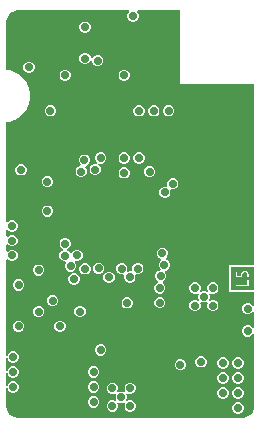
<source format=gbr>
%TF.GenerationSoftware,Altium Limited,Altium Designer,22.11.1 (43)*%
G04 Layer_Physical_Order=5*
G04 Layer_Color=16440176*
%FSLAX45Y45*%
%MOMM*%
%TF.SameCoordinates,68354FB4-E10A-4FE8-B7D5-3B9F33A940C7*%
%TF.FilePolarity,Positive*%
%TF.FileFunction,Copper,L5,Inr,Signal*%
%TF.Part,Single*%
G01*
G75*
%TA.AperFunction,ViaPad*%
%ADD44C,0.70000*%
G36*
X1061949Y3474511D02*
X1067210Y3461811D01*
X1059562Y3454164D01*
X1052300Y3436632D01*
Y3417656D01*
X1059562Y3400124D01*
X1072980Y3386706D01*
X1090512Y3379444D01*
X1109488D01*
X1127020Y3386706D01*
X1140438Y3400124D01*
X1147700Y3417656D01*
Y3436632D01*
X1140438Y3454164D01*
X1132790Y3461811D01*
X1138051Y3474511D01*
X1500000D01*
Y2850000D01*
X2124512D01*
Y1317700D01*
X1912301D01*
Y1092300D01*
X2124512D01*
Y976230D01*
X2111812Y973704D01*
X2110438Y977020D01*
X2097020Y990438D01*
X2079488Y997700D01*
X2060512D01*
X2042980Y990438D01*
X2029562Y977020D01*
X2022300Y959488D01*
Y940512D01*
X2029562Y922980D01*
X2042980Y909562D01*
X2060512Y902300D01*
X2079488D01*
X2097020Y909562D01*
X2110438Y922980D01*
X2111812Y926296D01*
X2124512Y923770D01*
Y786230D01*
X2111812Y783704D01*
X2110438Y787020D01*
X2097020Y800438D01*
X2079488Y807700D01*
X2060512D01*
X2042980Y800438D01*
X2029562Y787020D01*
X2022300Y769488D01*
Y750512D01*
X2029562Y732980D01*
X2042980Y719562D01*
X2060512Y712300D01*
X2079488D01*
X2097020Y719562D01*
X2110438Y732980D01*
X2111812Y736296D01*
X2124512Y733770D01*
Y125000D01*
Y115200D01*
X2120687Y95973D01*
X2113186Y77864D01*
X2102295Y61564D01*
X2088435Y47704D01*
X2072136Y36814D01*
X2054027Y29313D01*
X2034801Y25488D01*
X2025000D01*
X125000Y25488D01*
X115199D01*
X95973Y29312D01*
X77863Y36814D01*
X61564Y47705D01*
X47704Y61565D01*
X36814Y77863D01*
X29312Y95974D01*
X25488Y115199D01*
X25488Y124999D01*
Y274867D01*
X37300Y277012D01*
X44562Y259480D01*
X57980Y246062D01*
X75512Y238800D01*
X94488D01*
X112020Y246062D01*
X125438Y259480D01*
X132700Y277012D01*
Y295988D01*
X125438Y313520D01*
X112020Y326938D01*
X94488Y334200D01*
X75512D01*
X57980Y326938D01*
X44562Y313520D01*
X37300Y295988D01*
X25488Y298134D01*
Y401867D01*
X37300Y404012D01*
X44562Y386480D01*
X57980Y373062D01*
X75512Y365800D01*
X94488D01*
X112020Y373062D01*
X125438Y386480D01*
X132700Y404012D01*
Y422988D01*
X125438Y440520D01*
X112020Y453938D01*
X94488Y461200D01*
X75512D01*
X57980Y453938D01*
X44562Y440520D01*
X37300Y422988D01*
X25488Y425134D01*
Y528867D01*
X37300Y531012D01*
X44562Y513481D01*
X57980Y500062D01*
X75512Y492800D01*
X94488D01*
X112020Y500062D01*
X125438Y513481D01*
X132700Y531012D01*
Y549988D01*
X125438Y567520D01*
X112020Y580938D01*
X94488Y588200D01*
X75512D01*
X57980Y580938D01*
X44562Y567520D01*
X37300Y549989D01*
X25488Y552134D01*
Y1364225D01*
X38188Y1369354D01*
X47980Y1359562D01*
X65512Y1352300D01*
X84488D01*
X102020Y1359562D01*
X115438Y1372980D01*
X122700Y1390512D01*
Y1409488D01*
X115438Y1427019D01*
X102020Y1440438D01*
X84488Y1447700D01*
X65512D01*
X47980Y1440438D01*
X38188Y1430646D01*
X25488Y1435774D01*
Y1489225D01*
X38188Y1494354D01*
X47980Y1484562D01*
X65512Y1477300D01*
X84488D01*
X102020Y1484562D01*
X115438Y1497980D01*
X122700Y1515512D01*
Y1534488D01*
X115438Y1552020D01*
X102020Y1565438D01*
X84488Y1572700D01*
X65512D01*
X47980Y1565438D01*
X38188Y1555646D01*
X25488Y1560775D01*
Y1614225D01*
X38188Y1619354D01*
X47980Y1609562D01*
X65512Y1602300D01*
X84488D01*
X102020Y1609562D01*
X115438Y1622980D01*
X122700Y1640512D01*
Y1659488D01*
X115438Y1677020D01*
X102020Y1690438D01*
X84488Y1697700D01*
X65512D01*
X47980Y1690438D01*
X38188Y1680646D01*
X25488Y1685775D01*
Y2526146D01*
X63029Y2533613D01*
X65349Y2534574D01*
X67811Y2535064D01*
X104033Y2550067D01*
X106120Y2551462D01*
X108440Y2552423D01*
X141039Y2574205D01*
X142814Y2575980D01*
X144902Y2577375D01*
X172625Y2605098D01*
X174019Y2607185D01*
X175795Y2608960D01*
X197577Y2641560D01*
X198538Y2643879D01*
X199933Y2645967D01*
X214936Y2682189D01*
X215426Y2684651D01*
X216387Y2686970D01*
X224036Y2725424D01*
Y2727935D01*
X224525Y2730397D01*
Y2769603D01*
X224036Y2772065D01*
Y2774576D01*
X216387Y2813029D01*
X215426Y2815349D01*
X214936Y2817811D01*
X199933Y2854033D01*
X198538Y2856121D01*
X197577Y2858440D01*
X175795Y2891039D01*
X174020Y2892814D01*
X172625Y2894902D01*
X144902Y2922625D01*
X142815Y2924019D01*
X141039Y2925795D01*
X108440Y2947577D01*
X106121Y2948538D01*
X104033Y2949933D01*
X67811Y2964936D01*
X65349Y2965426D01*
X63029Y2966387D01*
X25488Y2973854D01*
Y3384801D01*
X29313Y3404027D01*
X36813Y3422136D01*
X47705Y3438436D01*
X61565Y3452296D01*
X77863Y3463186D01*
X95973Y3470687D01*
X115200Y3474512D01*
X125000D01*
X1061949Y3474511D01*
D02*
G37*
G36*
X2125002Y1105000D02*
X1925001D01*
Y1305000D01*
X2125002D01*
Y1105000D01*
D02*
G37*
%LPC*%
G36*
X701988Y3380200D02*
X683012D01*
X665481Y3372938D01*
X652062Y3359520D01*
X644800Y3341988D01*
Y3323012D01*
X652062Y3305480D01*
X665481Y3292062D01*
X683012Y3284800D01*
X701988D01*
X719520Y3292062D01*
X732938Y3305480D01*
X740200Y3323012D01*
Y3341988D01*
X732938Y3359520D01*
X719520Y3372938D01*
X701988Y3380200D01*
D02*
G37*
G36*
Y3115200D02*
X683012D01*
X665481Y3107938D01*
X652062Y3094520D01*
X644800Y3076988D01*
Y3058012D01*
X652062Y3040480D01*
X665481Y3027062D01*
X683012Y3019800D01*
X701988D01*
X719520Y3027062D01*
X732938Y3040480D01*
X740200Y3058011D01*
X752299Y3056562D01*
X752300Y3040512D01*
X759562Y3022980D01*
X772980Y3009562D01*
X790512Y3002300D01*
X809488D01*
X827020Y3009562D01*
X840438Y3022980D01*
X847700Y3040512D01*
Y3059488D01*
X840438Y3077020D01*
X827020Y3090438D01*
X809488Y3097700D01*
X790512D01*
X772980Y3090438D01*
X759562Y3077020D01*
X752300Y3059489D01*
X740201Y3060938D01*
X740200Y3076988D01*
X732938Y3094520D01*
X719520Y3107938D01*
X701988Y3115200D01*
D02*
G37*
G36*
X226988Y3040200D02*
X208012D01*
X190480Y3032938D01*
X177062Y3019520D01*
X169800Y3001988D01*
Y2983012D01*
X177062Y2965480D01*
X190480Y2952062D01*
X208012Y2944800D01*
X226988D01*
X244520Y2952062D01*
X257938Y2965480D01*
X265200Y2983012D01*
Y3001988D01*
X257938Y3019520D01*
X244520Y3032938D01*
X226988Y3040200D01*
D02*
G37*
G36*
X1034488Y2972700D02*
X1015512D01*
X997980Y2965438D01*
X984562Y2952020D01*
X977300Y2934488D01*
Y2915512D01*
X984562Y2897980D01*
X997980Y2884562D01*
X1015512Y2877300D01*
X1034488D01*
X1052020Y2884562D01*
X1065438Y2897980D01*
X1072700Y2915512D01*
Y2934488D01*
X1065438Y2952020D01*
X1052020Y2965438D01*
X1034488Y2972700D01*
D02*
G37*
G36*
X534488D02*
X515512D01*
X497980Y2965438D01*
X484562Y2952020D01*
X477300Y2934488D01*
Y2915512D01*
X484562Y2897980D01*
X497980Y2884562D01*
X515512Y2877300D01*
X534488D01*
X552020Y2884562D01*
X565438Y2897980D01*
X572700Y2915512D01*
Y2934488D01*
X565438Y2952020D01*
X552020Y2965438D01*
X534488Y2972700D01*
D02*
G37*
G36*
X1409488Y2672700D02*
X1390512D01*
X1372980Y2665438D01*
X1359562Y2652020D01*
X1352300Y2634489D01*
Y2615512D01*
X1359562Y2597981D01*
X1372980Y2584562D01*
X1390512Y2577300D01*
X1409488D01*
X1427020Y2584562D01*
X1440438Y2597981D01*
X1447700Y2615512D01*
Y2634489D01*
X1440438Y2652020D01*
X1427020Y2665438D01*
X1409488Y2672700D01*
D02*
G37*
G36*
X1284488Y2672700D02*
X1265512D01*
X1247980Y2665438D01*
X1234562Y2652020D01*
X1227300Y2634488D01*
Y2615512D01*
X1234562Y2597980D01*
X1247980Y2584562D01*
X1265512Y2577300D01*
X1284488D01*
X1302019Y2584562D01*
X1315438Y2597980D01*
X1322700Y2615512D01*
Y2634488D01*
X1315438Y2652020D01*
X1302019Y2665438D01*
X1284488Y2672700D01*
D02*
G37*
G36*
X1159488D02*
X1140512D01*
X1122980Y2665438D01*
X1109562Y2652020D01*
X1102300Y2634488D01*
Y2615512D01*
X1109562Y2597980D01*
X1122980Y2584562D01*
X1140512Y2577300D01*
X1159488D01*
X1177020Y2584562D01*
X1190438Y2597980D01*
X1197700Y2615512D01*
Y2634488D01*
X1190438Y2652020D01*
X1177020Y2665438D01*
X1159488Y2672700D01*
D02*
G37*
G36*
X409488D02*
X390512D01*
X372980Y2665438D01*
X359562Y2652020D01*
X352300Y2634488D01*
Y2615512D01*
X359562Y2597980D01*
X372980Y2584562D01*
X390512Y2577300D01*
X409488D01*
X427020Y2584562D01*
X440438Y2597980D01*
X447700Y2615512D01*
Y2634488D01*
X440438Y2652020D01*
X427020Y2665438D01*
X409488Y2672700D01*
D02*
G37*
G36*
X1159488Y2272700D02*
X1140512D01*
X1122980Y2265438D01*
X1109562Y2252020D01*
X1102300Y2234488D01*
Y2215512D01*
X1109562Y2197980D01*
X1122980Y2184562D01*
X1140512Y2177300D01*
X1159488D01*
X1177020Y2184562D01*
X1190438Y2197980D01*
X1197700Y2215512D01*
Y2234488D01*
X1190438Y2252020D01*
X1177020Y2265438D01*
X1159488Y2272700D01*
D02*
G37*
G36*
X1034488D02*
X1015512D01*
X997980Y2265438D01*
X984562Y2252020D01*
X977300Y2234488D01*
Y2215512D01*
X984562Y2197980D01*
X997980Y2184562D01*
X1015512Y2177300D01*
X1034488D01*
X1052020Y2184562D01*
X1065438Y2197980D01*
X1072700Y2215512D01*
Y2234488D01*
X1065438Y2252020D01*
X1052020Y2265438D01*
X1034488Y2272700D01*
D02*
G37*
G36*
X834488D02*
X815512D01*
X797980Y2265438D01*
X784562Y2252020D01*
X777300Y2234488D01*
Y2215512D01*
X784562Y2197980D01*
X797980Y2184562D01*
X792930Y2173019D01*
X788045Y2175042D01*
X769069D01*
X751537Y2167780D01*
X738119Y2154362D01*
X730857Y2136830D01*
Y2117854D01*
X738119Y2100322D01*
X751537Y2086904D01*
X769069Y2079642D01*
X788045D01*
X805576Y2086904D01*
X818995Y2100322D01*
X826257Y2117854D01*
Y2136830D01*
X818995Y2154362D01*
X805577Y2167780D01*
X810627Y2179324D01*
X815512Y2177300D01*
X834488D01*
X852020Y2184562D01*
X865438Y2197980D01*
X872700Y2215512D01*
Y2234488D01*
X865438Y2252020D01*
X852020Y2265438D01*
X834488Y2272700D01*
D02*
G37*
G36*
X159488Y2172700D02*
X140512D01*
X122980Y2165438D01*
X109562Y2152020D01*
X102300Y2134488D01*
Y2115512D01*
X109562Y2097980D01*
X122980Y2084562D01*
X140512Y2077300D01*
X159488D01*
X177020Y2084562D01*
X190438Y2097980D01*
X197700Y2115512D01*
Y2134488D01*
X190438Y2152020D01*
X177020Y2165438D01*
X159488Y2172700D01*
D02*
G37*
G36*
X697178Y2253790D02*
X678202D01*
X660671Y2246528D01*
X647252Y2233110D01*
X639990Y2215578D01*
Y2196602D01*
X647252Y2179070D01*
X655922Y2170400D01*
X650662Y2157700D01*
X650512D01*
X632980Y2150438D01*
X619562Y2137020D01*
X612300Y2119488D01*
Y2100512D01*
X619562Y2082980D01*
X632980Y2069562D01*
X650512Y2062300D01*
X669488D01*
X687020Y2069562D01*
X700438Y2082980D01*
X707700Y2100512D01*
Y2119488D01*
X700438Y2137020D01*
X691768Y2145690D01*
X697029Y2158390D01*
X697178D01*
X714710Y2165652D01*
X728128Y2179070D01*
X735390Y2196602D01*
Y2215578D01*
X728128Y2233110D01*
X714710Y2246528D01*
X697178Y2253790D01*
D02*
G37*
G36*
X1248782Y2156993D02*
X1229806D01*
X1212274Y2149732D01*
X1198856Y2136313D01*
X1191594Y2118782D01*
Y2099805D01*
X1198856Y2082274D01*
X1212274Y2068855D01*
X1229806Y2061594D01*
X1248782D01*
X1266313Y2068855D01*
X1279732Y2082274D01*
X1286994Y2099805D01*
Y2118782D01*
X1279732Y2136313D01*
X1266313Y2149732D01*
X1248782Y2156993D01*
D02*
G37*
G36*
X1034488Y2147700D02*
X1015512D01*
X997980Y2140438D01*
X984562Y2127020D01*
X977300Y2109488D01*
Y2090512D01*
X984562Y2072980D01*
X997980Y2059562D01*
X1015512Y2052300D01*
X1034488D01*
X1052020Y2059562D01*
X1065438Y2072980D01*
X1072700Y2090512D01*
Y2109488D01*
X1065438Y2127020D01*
X1052020Y2140438D01*
X1034488Y2147700D01*
D02*
G37*
G36*
X1444881Y2055248D02*
X1425905D01*
X1408373Y2047986D01*
X1394955Y2034568D01*
X1387693Y2017036D01*
Y1998060D01*
X1391304Y1989343D01*
X1381584Y1979622D01*
X1377588Y1981277D01*
X1358612D01*
X1341080Y1974016D01*
X1327662Y1960597D01*
X1320400Y1943066D01*
Y1924089D01*
X1327662Y1906558D01*
X1341080Y1893139D01*
X1358612Y1885878D01*
X1377588D01*
X1395120Y1893139D01*
X1408538Y1906558D01*
X1415800Y1924089D01*
Y1943066D01*
X1412189Y1951783D01*
X1421910Y1961503D01*
X1425905Y1959848D01*
X1444881D01*
X1462413Y1967110D01*
X1475831Y1980528D01*
X1483093Y1998060D01*
Y2017036D01*
X1475831Y2034568D01*
X1462413Y2047986D01*
X1444881Y2055248D01*
D02*
G37*
G36*
X384488Y2072700D02*
X365512D01*
X347980Y2065438D01*
X334562Y2052020D01*
X327300Y2034488D01*
Y2015512D01*
X334562Y1997980D01*
X347980Y1984562D01*
X365512Y1977300D01*
X384488D01*
X402020Y1984562D01*
X415438Y1997980D01*
X422700Y2015512D01*
Y2034488D01*
X415438Y2052020D01*
X402020Y2065438D01*
X384488Y2072700D01*
D02*
G37*
G36*
Y1822700D02*
X365512D01*
X347980Y1815438D01*
X334562Y1802020D01*
X327300Y1784488D01*
Y1765512D01*
X334562Y1747980D01*
X347980Y1734562D01*
X365512Y1727300D01*
X384488D01*
X402020Y1734562D01*
X415438Y1747980D01*
X422700Y1765512D01*
Y1784488D01*
X415438Y1802020D01*
X402020Y1815438D01*
X384488Y1822700D01*
D02*
G37*
G36*
X534488Y1547700D02*
X515512D01*
X497980Y1540438D01*
X484562Y1527020D01*
X477300Y1509488D01*
Y1490512D01*
X484562Y1472980D01*
X497980Y1459562D01*
X505400Y1456489D01*
Y1442742D01*
X497223Y1439355D01*
X483805Y1425937D01*
X476543Y1408405D01*
Y1389429D01*
X483805Y1371897D01*
X497223Y1358479D01*
X514755Y1351217D01*
X525799D01*
X531059Y1338517D01*
X529562Y1337020D01*
X522300Y1319488D01*
Y1300512D01*
X529562Y1282980D01*
X542980Y1269562D01*
X560512Y1262300D01*
X579488D01*
X597020Y1269562D01*
X610438Y1282980D01*
X617700Y1300512D01*
Y1319488D01*
X610438Y1337020D01*
X604231Y1343226D01*
X611425Y1353993D01*
X615512Y1352300D01*
X634488D01*
X652020Y1359562D01*
X665438Y1372980D01*
X672700Y1390512D01*
Y1409488D01*
X665438Y1427020D01*
X652020Y1440438D01*
X634488Y1447700D01*
X615512D01*
X597980Y1440438D01*
X584562Y1427020D01*
X581270Y1419073D01*
X567524D01*
X564681Y1425937D01*
X551263Y1439355D01*
X543843Y1442429D01*
Y1456175D01*
X552020Y1459562D01*
X565438Y1472980D01*
X572700Y1490512D01*
Y1509488D01*
X565438Y1527020D01*
X552020Y1540438D01*
X534488Y1547700D01*
D02*
G37*
G36*
X1149488Y1337300D02*
X1130512D01*
X1112980Y1330038D01*
X1099562Y1316619D01*
X1092300Y1299088D01*
Y1280111D01*
X1095584Y1272184D01*
X1085863Y1262464D01*
X1080915Y1264514D01*
X1061938D01*
X1056877Y1262418D01*
X1047157Y1272138D01*
X1050400Y1279967D01*
Y1298943D01*
X1043138Y1316475D01*
X1029720Y1329893D01*
X1012188Y1337155D01*
X993212D01*
X975680Y1329893D01*
X962262Y1316475D01*
X955000Y1298943D01*
Y1279967D01*
X962262Y1262435D01*
X975680Y1249017D01*
X993212Y1241755D01*
X1012188D01*
X1017249Y1243851D01*
X1026969Y1234131D01*
X1023726Y1226302D01*
Y1207326D01*
X1030988Y1189794D01*
X1044407Y1176376D01*
X1061938Y1169114D01*
X1080915D01*
X1098446Y1176376D01*
X1111864Y1189794D01*
X1119126Y1207326D01*
Y1226302D01*
X1115843Y1234229D01*
X1125563Y1243950D01*
X1130512Y1241900D01*
X1149488D01*
X1167020Y1249162D01*
X1180438Y1262580D01*
X1187700Y1280111D01*
Y1299088D01*
X1180438Y1316619D01*
X1167020Y1330038D01*
X1149488Y1337300D01*
D02*
G37*
G36*
X816788Y1337700D02*
X797812D01*
X780280Y1330438D01*
X766862Y1317020D01*
X759600Y1299488D01*
Y1280512D01*
X766862Y1262980D01*
X780280Y1249562D01*
X797812Y1242300D01*
X816788D01*
X834320Y1249562D01*
X847738Y1262980D01*
X855000Y1280512D01*
Y1299488D01*
X847738Y1317020D01*
X834320Y1330438D01*
X816788Y1337700D01*
D02*
G37*
G36*
X701176Y1335400D02*
X682200D01*
X664668Y1328139D01*
X651250Y1314720D01*
X643988Y1297189D01*
Y1278212D01*
X651250Y1260681D01*
X664668Y1247262D01*
X682200Y1240001D01*
X701176D01*
X718708Y1247262D01*
X732126Y1260681D01*
X739388Y1278212D01*
Y1297189D01*
X732126Y1314720D01*
X718708Y1328139D01*
X701176Y1335400D01*
D02*
G37*
G36*
X309488Y1322700D02*
X290512D01*
X272980Y1315438D01*
X259562Y1302020D01*
X252300Y1284488D01*
Y1265512D01*
X259562Y1247980D01*
X272980Y1234562D01*
X290512Y1227300D01*
X309488D01*
X327020Y1234562D01*
X340438Y1247980D01*
X347700Y1265512D01*
Y1284488D01*
X340438Y1302020D01*
X327020Y1315438D01*
X309488Y1322700D01*
D02*
G37*
G36*
X905141Y1261753D02*
X886165D01*
X868633Y1254491D01*
X855215Y1241073D01*
X847953Y1223541D01*
Y1204565D01*
X855215Y1187033D01*
X868633Y1173615D01*
X886165Y1166353D01*
X905141D01*
X922673Y1173615D01*
X936091Y1187033D01*
X943353Y1204565D01*
Y1223541D01*
X936091Y1241073D01*
X922673Y1254491D01*
X905141Y1261753D01*
D02*
G37*
G36*
X609488Y1247700D02*
X590512D01*
X572980Y1240438D01*
X559562Y1227020D01*
X552300Y1209488D01*
Y1190512D01*
X559562Y1172980D01*
X572980Y1159562D01*
X590512Y1152300D01*
X609488D01*
X627020Y1159562D01*
X640438Y1172980D01*
X647700Y1190512D01*
Y1209488D01*
X640438Y1227020D01*
X627020Y1240438D01*
X609488Y1247700D01*
D02*
G37*
G36*
X139488Y1197700D02*
X120512D01*
X102980Y1190438D01*
X89562Y1177019D01*
X82300Y1159488D01*
Y1140512D01*
X89562Y1122980D01*
X102980Y1109562D01*
X120512Y1102300D01*
X139488D01*
X157020Y1109562D01*
X170438Y1122980D01*
X177700Y1140512D01*
Y1159488D01*
X170438Y1177019D01*
X157020Y1190438D01*
X139488Y1197700D01*
D02*
G37*
G36*
X1784488Y1172700D02*
X1765512D01*
X1747980Y1165438D01*
X1734562Y1152020D01*
X1727300Y1134488D01*
Y1115512D01*
X1733495Y1100556D01*
X1724444Y1091505D01*
X1709488Y1097700D01*
X1690512D01*
X1675556Y1091505D01*
X1666505Y1100557D01*
X1672700Y1115512D01*
Y1134488D01*
X1665438Y1152020D01*
X1652020Y1165438D01*
X1634488Y1172700D01*
X1615512D01*
X1597980Y1165438D01*
X1584562Y1152020D01*
X1577300Y1134488D01*
Y1115512D01*
X1584562Y1097980D01*
X1597980Y1084562D01*
X1615512Y1077300D01*
X1634488D01*
X1649443Y1083495D01*
X1658495Y1074443D01*
X1652300Y1059488D01*
Y1040512D01*
X1658495Y1025557D01*
X1649443Y1016505D01*
X1634488Y1022700D01*
X1615512D01*
X1597980Y1015438D01*
X1584562Y1002020D01*
X1577300Y984488D01*
Y965512D01*
X1584562Y947980D01*
X1597980Y934562D01*
X1615512Y927300D01*
X1634488D01*
X1652020Y934562D01*
X1665438Y947980D01*
X1672700Y965512D01*
Y984488D01*
X1666505Y999443D01*
X1675557Y1008495D01*
X1690512Y1002300D01*
X1709488D01*
X1724443Y1008495D01*
X1733495Y999444D01*
X1727300Y984488D01*
Y965512D01*
X1734562Y947980D01*
X1747980Y934562D01*
X1765512Y927300D01*
X1784488D01*
X1802020Y934562D01*
X1815438Y947980D01*
X1822700Y965512D01*
Y984488D01*
X1815438Y1002020D01*
X1802020Y1015438D01*
X1784488Y1022700D01*
X1765512D01*
X1750557Y1016505D01*
X1741505Y1025556D01*
X1747700Y1040512D01*
Y1059488D01*
X1741505Y1074444D01*
X1750556Y1083495D01*
X1765512Y1077300D01*
X1784488D01*
X1802020Y1084562D01*
X1815438Y1097980D01*
X1822700Y1115512D01*
Y1134488D01*
X1815438Y1152020D01*
X1802020Y1165438D01*
X1784488Y1172700D01*
D02*
G37*
G36*
X1358092Y1465485D02*
X1339116D01*
X1321584Y1458223D01*
X1308166Y1444805D01*
X1300904Y1427273D01*
Y1408297D01*
X1308166Y1390765D01*
X1321584Y1377347D01*
X1334759Y1371890D01*
X1336447Y1366182D01*
X1337065Y1358634D01*
X1336999Y1358262D01*
X1324962Y1346225D01*
X1317700Y1328694D01*
Y1309717D01*
X1324962Y1292186D01*
X1332045Y1285103D01*
X1326784Y1272403D01*
X1323212D01*
X1305680Y1265141D01*
X1292262Y1251723D01*
X1285000Y1234191D01*
Y1215215D01*
X1292262Y1197683D01*
X1305680Y1184265D01*
X1307963Y1183320D01*
Y1169573D01*
X1297980Y1165438D01*
X1284562Y1152020D01*
X1277300Y1134488D01*
Y1115512D01*
X1284562Y1097980D01*
X1297980Y1084562D01*
X1315512Y1077300D01*
X1334488D01*
X1352020Y1084562D01*
X1365438Y1097980D01*
X1372700Y1115512D01*
Y1134488D01*
X1365438Y1152020D01*
X1352020Y1165438D01*
X1349737Y1166383D01*
Y1180130D01*
X1359720Y1184265D01*
X1373138Y1197683D01*
X1380400Y1215215D01*
Y1234191D01*
X1373138Y1251723D01*
X1366055Y1258806D01*
X1371316Y1271506D01*
X1374888D01*
X1392420Y1278768D01*
X1405838Y1292186D01*
X1413100Y1309717D01*
Y1328694D01*
X1405838Y1346225D01*
X1392420Y1359644D01*
X1379245Y1365101D01*
X1377557Y1370809D01*
X1376939Y1378356D01*
X1377005Y1378729D01*
X1389042Y1390765D01*
X1396304Y1408297D01*
Y1427273D01*
X1389042Y1444805D01*
X1375624Y1458223D01*
X1358092Y1465485D01*
D02*
G37*
G36*
X427114Y1065326D02*
X408137D01*
X390606Y1058064D01*
X377187Y1044645D01*
X369926Y1027114D01*
Y1008137D01*
X377187Y990606D01*
X390606Y977188D01*
X408137Y969926D01*
X427114D01*
X444645Y977188D01*
X458064Y990606D01*
X465325Y1008137D01*
Y1027114D01*
X458064Y1044645D01*
X444645Y1058064D01*
X427114Y1065326D01*
D02*
G37*
G36*
X1334488Y1047700D02*
X1315512D01*
X1297980Y1040438D01*
X1284562Y1027020D01*
X1277300Y1009488D01*
Y990512D01*
X1284562Y972980D01*
X1297980Y959562D01*
X1315512Y952300D01*
X1334488D01*
X1352020Y959562D01*
X1365438Y972980D01*
X1372700Y990512D01*
Y1009488D01*
X1365438Y1027020D01*
X1352020Y1040438D01*
X1334488Y1047700D01*
D02*
G37*
G36*
X1059943Y1047245D02*
X1040967D01*
X1023435Y1039983D01*
X1010017Y1026564D01*
X1002755Y1009033D01*
Y990056D01*
X1010017Y972525D01*
X1023435Y959107D01*
X1040967Y951845D01*
X1059943D01*
X1077475Y959107D01*
X1090893Y972525D01*
X1098155Y990056D01*
Y1009033D01*
X1090893Y1026564D01*
X1077475Y1039983D01*
X1059943Y1047245D01*
D02*
G37*
G36*
X659488Y972700D02*
X640512D01*
X622980Y965438D01*
X609562Y952020D01*
X602300Y934488D01*
Y915512D01*
X609562Y897980D01*
X622980Y884562D01*
X640512Y877300D01*
X659488D01*
X677020Y884562D01*
X690438Y897980D01*
X697700Y915512D01*
Y934488D01*
X690438Y952020D01*
X677020Y965438D01*
X659488Y972700D01*
D02*
G37*
G36*
X309488D02*
X290512D01*
X272980Y965438D01*
X259562Y952020D01*
X252300Y934488D01*
Y915512D01*
X259562Y897980D01*
X272980Y884562D01*
X290512Y877300D01*
X309488D01*
X327020Y884562D01*
X340438Y897980D01*
X347700Y915512D01*
Y934488D01*
X340438Y952020D01*
X327020Y965438D01*
X309488Y972700D01*
D02*
G37*
G36*
X489488Y847700D02*
X470512D01*
X452980Y840438D01*
X439562Y827019D01*
X432300Y809488D01*
Y790511D01*
X439562Y772980D01*
X452980Y759562D01*
X470512Y752300D01*
X489488D01*
X507020Y759562D01*
X520438Y772980D01*
X527700Y790511D01*
Y809488D01*
X520438Y827019D01*
X507020Y840438D01*
X489488Y847700D01*
D02*
G37*
G36*
X139488D02*
X120512D01*
X102980Y840438D01*
X89562Y827019D01*
X82300Y809488D01*
Y790511D01*
X89562Y772980D01*
X102980Y759562D01*
X120512Y752300D01*
X139488D01*
X157020Y759562D01*
X170438Y772980D01*
X177700Y790511D01*
Y809488D01*
X170438Y827019D01*
X157020Y840438D01*
X139488Y847700D01*
D02*
G37*
G36*
X834488Y647700D02*
X815512D01*
X797980Y640438D01*
X784562Y627020D01*
X777300Y609488D01*
Y590512D01*
X784562Y572980D01*
X797980Y559562D01*
X815512Y552300D01*
X834488D01*
X852020Y559562D01*
X865438Y572980D01*
X872700Y590512D01*
Y609488D01*
X865438Y627020D01*
X852020Y640438D01*
X834488Y647700D01*
D02*
G37*
G36*
X1684488Y547700D02*
X1665512D01*
X1647980Y540438D01*
X1634562Y527020D01*
X1627300Y509488D01*
Y490512D01*
X1634562Y472980D01*
X1647980Y459562D01*
X1665512Y452300D01*
X1684488D01*
X1702020Y459562D01*
X1715438Y472980D01*
X1722700Y490512D01*
Y509488D01*
X1715438Y527020D01*
X1702020Y540438D01*
X1684488Y547700D01*
D02*
G37*
G36*
X1997988Y538200D02*
X1979012D01*
X1961480Y530938D01*
X1948062Y517520D01*
X1940800Y499988D01*
Y481012D01*
X1948062Y463480D01*
X1961480Y450062D01*
X1979012Y442800D01*
X1997988D01*
X2015520Y450062D01*
X2028938Y463480D01*
X2036200Y481012D01*
Y499988D01*
X2028938Y517520D01*
X2015520Y530938D01*
X1997988Y538200D01*
D02*
G37*
G36*
X1870988D02*
X1852012D01*
X1834480Y530938D01*
X1821062Y517520D01*
X1813800Y499988D01*
Y481012D01*
X1821062Y463480D01*
X1834480Y450062D01*
X1852012Y442800D01*
X1870988D01*
X1888520Y450062D01*
X1901938Y463480D01*
X1909200Y481012D01*
Y499988D01*
X1901938Y517520D01*
X1888520Y530938D01*
X1870988Y538200D01*
D02*
G37*
G36*
X1509488Y522700D02*
X1490512D01*
X1472980Y515438D01*
X1459562Y502020D01*
X1452300Y484488D01*
Y465512D01*
X1459562Y447980D01*
X1472980Y434562D01*
X1490512Y427300D01*
X1509488D01*
X1527020Y434562D01*
X1540438Y447980D01*
X1547700Y465512D01*
Y484488D01*
X1540438Y502020D01*
X1527020Y515438D01*
X1509488Y522700D01*
D02*
G37*
G36*
X774488Y461200D02*
X755512D01*
X737980Y453938D01*
X724562Y440520D01*
X717300Y422988D01*
Y404012D01*
X724562Y386480D01*
X737980Y373062D01*
X755512Y365800D01*
X774488D01*
X792020Y373062D01*
X805438Y386480D01*
X812700Y404012D01*
Y422988D01*
X805438Y440520D01*
X792020Y453938D01*
X774488Y461200D01*
D02*
G37*
G36*
X1997988Y411200D02*
X1979012D01*
X1961480Y403938D01*
X1948062Y390520D01*
X1940800Y372988D01*
Y354012D01*
X1948062Y336480D01*
X1961480Y323062D01*
X1979012Y315800D01*
X1997988D01*
X2015520Y323062D01*
X2028938Y336480D01*
X2036200Y354012D01*
Y372988D01*
X2028938Y390520D01*
X2015520Y403938D01*
X1997988Y411200D01*
D02*
G37*
G36*
X1870988D02*
X1852012D01*
X1834480Y403938D01*
X1821062Y390520D01*
X1813800Y372988D01*
Y354012D01*
X1821062Y336480D01*
X1834480Y323062D01*
X1852012Y315800D01*
X1870988D01*
X1888520Y323062D01*
X1901938Y336480D01*
X1909200Y354012D01*
Y372988D01*
X1901938Y390520D01*
X1888520Y403938D01*
X1870988Y411200D01*
D02*
G37*
G36*
X1084488Y322700D02*
X1065512D01*
X1047980Y315438D01*
X1034562Y302020D01*
X1027300Y284488D01*
Y265512D01*
X1033495Y250556D01*
X1024444Y241505D01*
X1009488Y247700D01*
X990512D01*
X975557Y241505D01*
X966505Y250557D01*
X972700Y265512D01*
Y284488D01*
X965438Y302020D01*
X952020Y315438D01*
X934488Y322700D01*
X915512D01*
X897980Y315438D01*
X884562Y302020D01*
X877300Y284488D01*
Y265512D01*
X884562Y247980D01*
X897980Y234562D01*
X915512Y227300D01*
X934488D01*
X949444Y233495D01*
X958495Y224444D01*
X952300Y209488D01*
Y190512D01*
X958495Y175557D01*
X949444Y166505D01*
X934488Y172700D01*
X915512D01*
X897980Y165438D01*
X884562Y152020D01*
X877300Y134488D01*
Y115512D01*
X884562Y97980D01*
X897980Y84562D01*
X915512Y77300D01*
X934488D01*
X952020Y84562D01*
X965438Y97980D01*
X972700Y115512D01*
Y134488D01*
X966505Y149443D01*
X975557Y158495D01*
X990512Y152300D01*
X1009488D01*
X1024444Y158495D01*
X1033495Y149444D01*
X1027300Y134488D01*
Y115512D01*
X1034562Y97980D01*
X1047980Y84562D01*
X1065512Y77300D01*
X1084488D01*
X1102020Y84562D01*
X1115438Y97980D01*
X1122700Y115512D01*
Y134488D01*
X1115438Y152020D01*
X1102020Y165438D01*
X1084488Y172700D01*
X1065512D01*
X1050556Y166505D01*
X1041505Y175556D01*
X1047700Y190512D01*
Y209488D01*
X1041505Y224444D01*
X1050556Y233495D01*
X1065512Y227300D01*
X1084488D01*
X1102020Y234562D01*
X1115438Y247980D01*
X1122700Y265512D01*
Y284488D01*
X1115438Y302020D01*
X1102020Y315438D01*
X1084488Y322700D01*
D02*
G37*
G36*
X774488Y334200D02*
X755512D01*
X737980Y326938D01*
X724562Y313520D01*
X717300Y295988D01*
Y277012D01*
X724562Y259480D01*
X737980Y246062D01*
X755512Y238800D01*
X774488D01*
X792020Y246062D01*
X805438Y259480D01*
X812700Y277012D01*
Y295988D01*
X805438Y313520D01*
X792020Y326938D01*
X774488Y334200D01*
D02*
G37*
G36*
X1997988Y284200D02*
X1979012D01*
X1961480Y276938D01*
X1948062Y263520D01*
X1940800Y245988D01*
Y227012D01*
X1948062Y209480D01*
X1961480Y196062D01*
X1979012Y188800D01*
X1997988D01*
X2015520Y196062D01*
X2028938Y209480D01*
X2036200Y227012D01*
Y245988D01*
X2028938Y263520D01*
X2015520Y276938D01*
X1997988Y284200D01*
D02*
G37*
G36*
X1870988D02*
X1852012D01*
X1834480Y276938D01*
X1821062Y263520D01*
X1813800Y245988D01*
Y227012D01*
X1821062Y209480D01*
X1834480Y196062D01*
X1852012Y188800D01*
X1870988D01*
X1888520Y196062D01*
X1901938Y209480D01*
X1909200Y227012D01*
Y245988D01*
X1901938Y263520D01*
X1888520Y276938D01*
X1870988Y284200D01*
D02*
G37*
G36*
X774488Y207200D02*
X755512D01*
X737980Y199938D01*
X724562Y186520D01*
X717300Y168988D01*
Y150012D01*
X724562Y132480D01*
X737980Y119062D01*
X755512Y111800D01*
X774488D01*
X792020Y119062D01*
X805438Y132480D01*
X812700Y150012D01*
Y168988D01*
X805438Y186520D01*
X792020Y199938D01*
X774488Y207200D01*
D02*
G37*
G36*
X1997988Y157200D02*
X1979012D01*
X1961480Y149938D01*
X1948062Y136520D01*
X1940800Y118988D01*
Y100012D01*
X1948062Y82480D01*
X1961480Y69062D01*
X1979012Y61800D01*
X1997988D01*
X2015520Y69062D01*
X2028938Y82480D01*
X2036200Y100012D01*
Y118988D01*
X2028938Y136520D01*
X2015520Y149938D01*
X1997988Y157200D01*
D02*
G37*
G36*
X2077562Y1268101D02*
X1972440D01*
D01*
X2040811D01*
X2038869Y1267962D01*
X2036928Y1267824D01*
X2033322Y1266853D01*
X2030132Y1265605D01*
X2027497Y1264218D01*
X2026249Y1263525D01*
X2025278Y1262831D01*
X2024308Y1262138D01*
X2023614Y1261583D01*
X2023059Y1261028D01*
X2022643Y1260612D01*
X2022366Y1260473D01*
X2022227Y1260335D01*
X2020841Y1258809D01*
X2019592Y1257284D01*
X2018622Y1255758D01*
X2017789Y1254233D01*
X2016403Y1251043D01*
X2015432Y1248131D01*
X2014877Y1245634D01*
X2014738Y1244525D01*
X2014600Y1243554D01*
X2014461Y1242861D01*
Y1226080D01*
X1982980D01*
Y1257561D01*
X1982702Y1259225D01*
X1982148Y1260473D01*
X1981316Y1261444D01*
X1980345Y1261999D01*
X1979374Y1262415D01*
X1978542Y1262554D01*
X1977987Y1262692D01*
X1977710D01*
X1975907Y1262415D01*
X1974659Y1261860D01*
X1973688Y1261028D01*
X1973133Y1260196D01*
X1972717Y1259225D01*
X1972578Y1258393D01*
X1972440Y1257838D01*
Y1215540D01*
Y1220671D01*
X1972717Y1219007D01*
X1973272Y1217759D01*
X1974104Y1216788D01*
X1975075Y1216233D01*
X1976046Y1215817D01*
X1976878Y1215679D01*
X1977432Y1215540D01*
X2019870D01*
X2021534Y1215817D01*
X2022782Y1216372D01*
X2023753Y1217204D01*
X2024308Y1218175D01*
X2024724Y1219007D01*
X2024862Y1219839D01*
X2025001Y1220394D01*
Y1241751D01*
X2025140Y1244109D01*
X2025694Y1246189D01*
X2026527Y1248131D01*
X2027359Y1249795D01*
X2028191Y1251043D01*
X2029023Y1252014D01*
X2029578Y1252707D01*
X2029716Y1252846D01*
X2031519Y1254371D01*
X2033322Y1255620D01*
X2035264Y1256452D01*
X2036928Y1257006D01*
X2038453Y1257284D01*
X2039702Y1257561D01*
X2040534D01*
X2040672D01*
X2040811D01*
X2051351D01*
X2053709Y1257422D01*
X2055789Y1256868D01*
X2057730Y1256174D01*
X2059395Y1255342D01*
X2060643Y1254371D01*
X2061614Y1253678D01*
X2062168Y1253123D01*
X2062446Y1252985D01*
X2063971Y1251182D01*
X2065081Y1249240D01*
X2065913Y1247437D01*
X2066468Y1245634D01*
X2066745Y1244109D01*
X2066884Y1242861D01*
X2067022Y1242029D01*
Y1220671D01*
X2067300Y1219007D01*
X2067854Y1217759D01*
X2068686Y1216788D01*
X2069657Y1216233D01*
X2070628Y1215817D01*
X2071460Y1215679D01*
X2072015Y1215540D01*
X2077562D01*
X2072292D01*
X2074095Y1215817D01*
X2075343Y1216372D01*
X2076314Y1217204D01*
X2076869Y1218175D01*
X2077285Y1219007D01*
X2077424Y1219839D01*
X2077562Y1220394D01*
Y1241751D01*
X2077424Y1243693D01*
X2077285Y1245634D01*
X2076314Y1249240D01*
X2075205Y1252430D01*
X2073679Y1255065D01*
X2072986Y1256313D01*
X2072292Y1257284D01*
X2071738Y1258255D01*
X2071183Y1258948D01*
X2070628Y1259503D01*
X2070212Y1259919D01*
X2070073Y1260196D01*
X2069935Y1260335D01*
X2068409Y1261722D01*
X2066884Y1262970D01*
X2065358Y1263941D01*
X2063833Y1264773D01*
X2060643Y1266160D01*
X2057730Y1267130D01*
X2055234Y1267685D01*
X2054125Y1267824D01*
X2053154Y1267962D01*
X2052460Y1268101D01*
X2077562D01*
D02*
G37*
G36*
X2053650Y1194460D02*
X1972440D01*
D01*
X2053650D01*
D02*
G37*
G36*
X1972440D02*
D01*
Y1152161D01*
Y1194460D01*
D02*
G37*
G36*
X2077562D02*
X2072292D01*
X2070489Y1194183D01*
X2069241Y1193628D01*
X2068270Y1192796D01*
X2067716Y1191825D01*
X2067300Y1190854D01*
X2067161Y1190022D01*
X2067022Y1189467D01*
Y1152439D01*
X1977710D01*
X1975907Y1152161D01*
X1974659Y1151607D01*
X1973688Y1150774D01*
X1973133Y1149804D01*
X1972717Y1148833D01*
X1972578Y1148001D01*
X1972440Y1147446D01*
Y1152161D01*
Y1147169D01*
X1972717Y1145366D01*
X1973272Y1144118D01*
X1974104Y1143147D01*
X1975075Y1142592D01*
X1976046Y1142176D01*
X1976878Y1142037D01*
X1977432Y1141899D01*
X2072431D01*
X2074095Y1142176D01*
X2075343Y1142731D01*
X2076314Y1143563D01*
X2076869Y1144534D01*
X2077285Y1145504D01*
X2077424Y1146337D01*
X2077562Y1146891D01*
Y1141899D01*
D01*
Y1189190D01*
X2077285Y1190993D01*
X2076730Y1192241D01*
X2075898Y1193212D01*
X2074927Y1193766D01*
X2073956Y1194183D01*
X2073124Y1194321D01*
X2072570Y1194460D01*
X2077562D01*
D02*
G37*
%LPD*%
D44*
X1861500Y490500D02*
D03*
X925000Y3125000D02*
D03*
Y3275000D02*
D03*
X1075000Y275000D02*
D03*
Y125000D02*
D03*
X925000Y275000D02*
D03*
X1000000Y200000D02*
D03*
X925000Y125000D02*
D03*
X1000000Y3200000D02*
D03*
X1075000Y3125000D02*
D03*
Y3275000D02*
D03*
X925000Y2100000D02*
D03*
X1750000Y275000D02*
D03*
X1675000Y500000D02*
D03*
X2070000Y950000D02*
D03*
X1500000Y1300000D02*
D03*
Y1500000D02*
D03*
X1025000Y2625000D02*
D03*
X650000D02*
D03*
X800000Y3050000D02*
D03*
X1465000Y2925000D02*
D03*
Y3025000D02*
D03*
Y3125000D02*
D03*
Y3225000D02*
D03*
Y3425000D02*
D03*
X1025000Y2925000D02*
D03*
X900000Y2450000D02*
D03*
X825000Y2225000D02*
D03*
X687690Y2206090D02*
D03*
X1150000Y2625000D02*
D03*
X1050455Y999545D02*
D03*
X1071426Y1216814D02*
D03*
X1325000Y1125000D02*
D03*
Y1000000D02*
D03*
X1500000Y1200000D02*
D03*
X2070000Y760000D02*
D03*
X1025000Y2100000D02*
D03*
X85000Y540500D02*
D03*
Y413500D02*
D03*
X1575000Y2815000D02*
D03*
X1435393Y2007548D02*
D03*
X1368100Y1933578D02*
D03*
X375000Y1775000D02*
D03*
X525000Y1500000D02*
D03*
X524243Y1398917D02*
D03*
X417626Y1017626D02*
D03*
X1239294Y2109293D02*
D03*
X1348604Y1417785D02*
D03*
X1365400Y1319206D02*
D03*
X1332700Y1224703D02*
D03*
X765000Y413500D02*
D03*
Y286500D02*
D03*
Y159500D02*
D03*
X85000D02*
D03*
Y286500D02*
D03*
X895653Y1214053D02*
D03*
X1002700Y1289455D02*
D03*
X1140000Y1289600D02*
D03*
X807300Y1290000D02*
D03*
X691688Y1287700D02*
D03*
X570000Y1310000D02*
D03*
X625000Y1400000D02*
D03*
X1465000Y3325000D02*
D03*
X1675000Y2815000D02*
D03*
X1775000D02*
D03*
X1025000Y2225000D02*
D03*
X1988500Y363500D02*
D03*
X550000Y475000D02*
D03*
X300000D02*
D03*
Y225000D02*
D03*
X550000D02*
D03*
X425000D02*
D03*
Y475000D02*
D03*
X300000Y350000D02*
D03*
X550000D02*
D03*
X425000D02*
D03*
X1988500Y109500D02*
D03*
X1861500D02*
D03*
Y236500D02*
D03*
X1988500D02*
D03*
X1861500Y363500D02*
D03*
X1988500Y490500D02*
D03*
X1925000Y750000D02*
D03*
X1500000Y475000D02*
D03*
X150000Y2125000D02*
D03*
X375000Y2025000D02*
D03*
X130000Y1150000D02*
D03*
Y800000D02*
D03*
X480000D02*
D03*
X650000Y925000D02*
D03*
X300000D02*
D03*
Y1275000D02*
D03*
X75000Y1400000D02*
D03*
Y1525000D02*
D03*
X1350000Y200000D02*
D03*
X525000Y2925000D02*
D03*
X660000Y2110000D02*
D03*
X778557Y2127342D02*
D03*
X692500Y3332500D02*
D03*
X217500Y2992500D02*
D03*
X1100000Y3427144D02*
D03*
X1025000Y2525000D02*
D03*
X1150000Y2225000D02*
D03*
Y2525000D02*
D03*
X700000D02*
D03*
X1400000Y2625000D02*
D03*
X1275000Y2625000D02*
D03*
X400000D02*
D03*
X525000D02*
D03*
X1075000Y1550000D02*
D03*
X925000D02*
D03*
X775000D02*
D03*
Y1700000D02*
D03*
Y1850000D02*
D03*
X925000D02*
D03*
X1075000D02*
D03*
Y1700000D02*
D03*
X925000D02*
D03*
X670000Y800000D02*
D03*
X320000D02*
D03*
Y1150000D02*
D03*
X1350000Y700000D02*
D03*
Y800000D02*
D03*
X1275000Y2225000D02*
D03*
X600000Y1200000D02*
D03*
X825000Y600000D02*
D03*
X692500Y3067500D02*
D03*
X357500Y3332500D02*
D03*
Y3067500D02*
D03*
X375000Y1900000D02*
D03*
X75000Y1775000D02*
D03*
X600000Y1050000D02*
D03*
X1675000Y125000D02*
D03*
X825000Y900000D02*
D03*
X850000Y475000D02*
D03*
X1200000D02*
D03*
X1750000Y600000D02*
D03*
X1625000D02*
D03*
X1407500Y2250000D02*
D03*
X1675000Y2525000D02*
D03*
X575000D02*
D03*
X75000Y1650000D02*
D03*
X175000Y2525000D02*
D03*
X1475000Y1825000D02*
D03*
X1869395Y1628950D02*
D03*
X1962979Y1664193D02*
D03*
X2035361Y1733192D02*
D03*
X2075000Y1825000D02*
D03*
X2075000Y2725000D02*
D03*
X2075000Y2815000D02*
D03*
X1875000D02*
D03*
Y2725000D02*
D03*
X2075000Y2325000D02*
D03*
Y2425000D02*
D03*
Y2625000D02*
D03*
Y2525000D02*
D03*
X1875000D02*
D03*
Y2625000D02*
D03*
Y2425000D02*
D03*
Y2325000D02*
D03*
X2075000Y1925000D02*
D03*
Y2025000D02*
D03*
Y2225000D02*
D03*
Y2125000D02*
D03*
X1875000D02*
D03*
Y2225000D02*
D03*
Y2025000D02*
D03*
Y1925000D02*
D03*
X1575000Y1825000D02*
D03*
X1775000D02*
D03*
X1675000D02*
D03*
Y1625000D02*
D03*
X1775000D02*
D03*
X1575000D02*
D03*
X1475000D02*
D03*
X1625000Y975000D02*
D03*
X1700000Y1050000D02*
D03*
X1625000Y1125000D02*
D03*
X1775000D02*
D03*
Y975000D02*
D03*
%TF.MD5,39a6134dbd160a117927e9a0240f6b09*%
M02*

</source>
